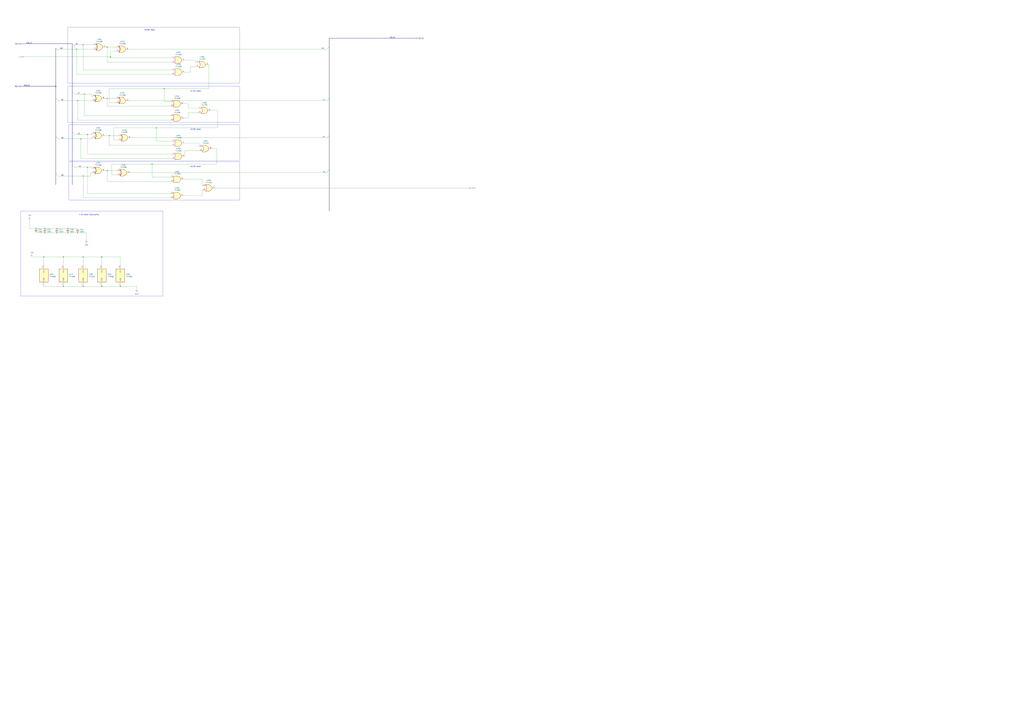
<source format=kicad_sch>
(kicad_sch (version 20230121) (generator eeschema)
  (paper "A0")
  (lib_symbols
    (symbol "74xx:74HC86" (pin_names (offset 1.016))
      (property "Reference" "U" (at 0 1.27 0))
      (property "Value" "74HC86" (at 0 -1.27 0))
      (symbol "74HC86_1_0"
        (arc (start -4.4196 -3.81) (mid -3.2033 0) (end -4.4196 3.81) (stroke (width 0.254)))
        (arc (start -3.81 -3.81) (mid -2.589 0) (end -3.81 3.81) (stroke (width 0.254)))
        (arc (start -0.6096 -3.81) (mid 2.1842 -2.5851) (end 3.81 0) (stroke (width 0.254)) (fill (type background)))
        (polyline (pts (xy -3.81 -3.81) (xy -0.635 -3.81)) (stroke (width 0.254)) (fill (type background)))
        (polyline (pts (xy -3.81 3.81) (xy -0.635 3.81)) (stroke (width 0.254)) (fill (type background)))
        (polyline (pts (xy -0.635 3.81) (xy -3.81 3.81) (xy -3.81 3.81) (xy -3.556 3.4036) (xy -3.0226 2.2606) (xy -2.6924 1.0414) (xy -2.6162 -0.254) (xy -2.7686 -1.4986) (xy -3.175 -2.7178) (xy -3.81 -3.81) (xy -3.81 -3.81) (xy -0.635 -3.81)) (stroke (width -25.4)) (fill (type background)))
        (arc (start 3.81 0) (mid 2.1915 2.5936) (end -0.6096 3.81) (stroke (width 0.254)) (fill (type background)))
        (pin input line (at -7.62 2.54 0) (length 4.445) (name "~") (number "1"))
        (pin input line (at -7.62 -2.54 0) (length 4.445) (name "~") (number "2"))
        (pin output line (at 7.62 0 180) (length 3.81) (name "~") (number "3"))
      )
      (symbol "74HC86_1_1"
        (polyline (pts (xy -3.81 -2.54) (xy -3.175 -2.54)) (stroke (width 0.1524)))
        (polyline (pts (xy -3.81 2.54) (xy -3.175 2.54)) (stroke (width 0.1524)))
      )
      (symbol "74HC86_2_0"
        (arc (start -4.4196 -3.81) (mid -3.2033 0) (end -4.4196 3.81) (stroke (width 0.254)))
        (arc (start -3.81 -3.81) (mid -2.589 0) (end -3.81 3.81) (stroke (width 0.254)))
        (arc (start -0.6096 -3.81) (mid 2.1842 -2.5851) (end 3.81 0) (stroke (width 0.254)) (fill (type background)))
        (polyline (pts (xy -3.81 -3.81) (xy -0.635 -3.81)) (stroke (width 0.254)) (fill (type background)))
        (polyline (pts (xy -3.81 3.81) (xy -0.635 3.81)) (stroke (width 0.254)) (fill (type background)))
        (polyline (pts (xy -0.635 3.81) (xy -3.81 3.81) (xy -3.81 3.81) (xy -3.556 3.4036) (xy -3.0226 2.2606) (xy -2.6924 1.0414) (xy -2.6162 -0.254) (xy -2.7686 -1.4986) (xy -3.175 -2.7178) (xy -3.81 -3.81) (xy -3.81 -3.81) (xy -0.635 -3.81)) (stroke (width -25.4)) (fill (type background)))
        (arc (start 3.81 0) (mid 2.1915 2.5936) (end -0.6096 3.81) (stroke (width 0.254)) (fill (type background)))
        (pin input line (at -7.62 2.54 0) (length 4.445) (name "~") (number "4"))
        (pin input line (at -7.62 -2.54 0) (length 4.445) (name "~") (number "5"))
        (pin output line (at 7.62 0 180) (length 3.81) (name "~") (number "6"))
      )
      (symbol "74HC86_2_1"
        (polyline (pts (xy -3.81 -2.54) (xy -3.175 -2.54)) (stroke (width 0.1524)))
        (polyline (pts (xy -3.81 2.54) (xy -3.175 2.54)) (stroke (width 0.1524)))
      )
      (symbol "74HC86_3_0"
        (arc (start -4.4196 -3.81) (mid -3.2033 0) (end -4.4196 3.81) (stroke (width 0.254)))
        (arc (start -3.81 -3.81) (mid -2.589 0) (end -3.81 3.81) (stroke (width 0.254)))
        (arc (start -0.6096 -3.81) (mid 2.1842 -2.5851) (end 3.81 0) (stroke (width 0.254)) (fill (type background)))
        (polyline (pts (xy -3.81 -3.81) (xy -0.635 -3.81)) (stroke (width 0.254)) (fill (type background)))
        (polyline (pts (xy -3.81 3.81) (xy -0.635 3.81)) (stroke (width 0.254)) (fill (type background)))
        (polyline (pts (xy -0.635 3.81) (xy -3.81 3.81) (xy -3.81 3.81) (xy -3.556 3.4036) (xy -3.0226 2.2606) (xy -2.6924 1.0414) (xy -2.6162 -0.254) (xy -2.7686 -1.4986) (xy -3.175 -2.7178) (xy -3.81 -3.81) (xy -3.81 -3.81) (xy -0.635 -3.81)) (stroke (width -25.4)) (fill (type background)))
        (arc (start 3.81 0) (mid 2.1915 2.5936) (end -0.6096 3.81) (stroke (width 0.254)) (fill (type background)))
        (pin input line (at -7.62 -2.54 0) (length 4.445) (name "~") (number "10"))
        (pin output line (at 7.62 0 180) (length 3.81) (name "~") (number "8"))
        (pin input line (at -7.62 2.54 0) (length 4.445) (name "~") (number "9"))
      )
      (symbol "74HC86_3_1"
        (polyline (pts (xy -3.81 -2.54) (xy -3.175 -2.54)) (stroke (width 0.1524)))
        (polyline (pts (xy -3.81 2.54) (xy -3.175 2.54)) (stroke (width 0.1524)))
      )
      (symbol "74HC86_4_0"
        (arc (start -4.4196 -3.81) (mid -3.2033 0) (end -4.4196 3.81) (stroke (width 0.254)))
        (arc (start -3.81 -3.81) (mid -2.589 0) (end -3.81 3.81) (stroke (width 0.254)))
        (arc (start -0.6096 -3.81) (mid 2.1842 -2.5851) (end 3.81 0) (stroke (width 0.254)) (fill (type background)))
        (polyline (pts (xy -3.81 -3.81) (xy -0.635 -3.81)) (stroke (width 0.254)) (fill (type background)))
        (polyline (pts (xy -3.81 3.81) (xy -0.635 3.81)) (stroke (width 0.254)) (fill (type background)))
        (polyline (pts (xy -0.635 3.81) (xy -3.81 3.81) (xy -3.81 3.81) (xy -3.556 3.4036) (xy -3.0226 2.2606) (xy -2.6924 1.0414) (xy -2.6162 -0.254) (xy -2.7686 -1.4986) (xy -3.175 -2.7178) (xy -3.81 -3.81) (xy -3.81 -3.81) (xy -0.635 -3.81)) (stroke (width -25.4)) (fill (type background)))
        (arc (start 3.81 0) (mid 2.1915 2.5936) (end -0.6096 3.81) (stroke (width 0.254)) (fill (type background)))
        (pin output line (at 7.62 0 180) (length 3.81) (name "~") (number "11"))
        (pin input line (at -7.62 2.54 0) (length 4.445) (name "~") (number "12"))
        (pin input line (at -7.62 -2.54 0) (length 4.445) (name "~") (number "13"))
      )
      (symbol "74HC86_4_1"
        (polyline (pts (xy -3.81 -2.54) (xy -3.175 -2.54)) (stroke (width 0.1524)))
        (polyline (pts (xy -3.81 2.54) (xy -3.175 2.54)) (stroke (width 0.1524)))
      )
      (symbol "74HC86_5_0"
        (pin power_in line (at 0 12.7 270) (length 5.08) (name "VCC") (number "14"))
        (pin power_in line (at 0 -12.7 90) (length 5.08) (name "GND") (number "7"))
      )
      (symbol "74HC86_5_1"
        (rectangle (start -5.08 7.62) (end 5.08 -7.62) (stroke (width 0.254)) (fill (type background)))
      )
    )
    (symbol "74xx:74LS08" (pin_names (offset 1.016))
      (property "Reference" "U" (at 0 1.27 0))
      (property "Value" "74LS08" (at 0 -1.27 0))
      (symbol "74LS08_1_1"
        (arc (start 0 -3.81) (mid 3.7934 0) (end 0 3.81) (stroke (width 0.254)) (fill (type background)))
        (polyline (pts (xy 0 3.81) (xy -3.81 3.81) (xy -3.81 -3.81) (xy 0 -3.81)) (stroke (width 0.254)) (fill (type background)))
        (pin input line (at -7.62 2.54 0) (length 3.81) (name "~") (number "1"))
        (pin input line (at -7.62 -2.54 0) (length 3.81) (name "~") (number "2"))
        (pin output line (at 7.62 0 180) (length 3.81) (name "~") (number "3"))
      )
      (symbol "74LS08_1_2"
        (arc (start -3.81 -3.81) (mid -2.589 0) (end -3.81 3.81) (stroke (width 0.254)))
        (arc (start -0.6096 -3.81) (mid 2.1842 -2.5851) (end 3.81 0) (stroke (width 0.254)) (fill (type background)))
        (polyline (pts (xy -3.81 -3.81) (xy -0.635 -3.81)) (stroke (width 0.254)) (fill (type background)))
        (polyline (pts (xy -3.81 3.81) (xy -0.635 3.81)) (stroke (width 0.254)) (fill (type background)))
        (polyline (pts (xy -0.635 3.81) (xy -3.81 3.81) (xy -3.81 3.81) (xy -3.556 3.4036) (xy -3.0226 2.2606) (xy -2.6924 1.0414) (xy -2.6162 -0.254) (xy -2.7686 -1.4986) (xy -3.175 -2.7178) (xy -3.81 -3.81) (xy -3.81 -3.81) (xy -0.635 -3.81)) (stroke (width -25.4)) (fill (type background)))
        (arc (start 3.81 0) (mid 2.1915 2.5936) (end -0.6096 3.81) (stroke (width 0.254)) (fill (type background)))
        (pin input inverted (at -7.62 2.54 0) (length 4.318) (name "~") (number "1"))
        (pin input inverted (at -7.62 -2.54 0) (length 4.318) (name "~") (number "2"))
        (pin output inverted (at 7.62 0 180) (length 3.81) (name "~") (number "3"))
      )
      (symbol "74LS08_2_1"
        (arc (start 0 -3.81) (mid 3.7934 0) (end 0 3.81) (stroke (width 0.254)) (fill (type background)))
        (polyline (pts (xy 0 3.81) (xy -3.81 3.81) (xy -3.81 -3.81) (xy 0 -3.81)) (stroke (width 0.254)) (fill (type background)))
        (pin input line (at -7.62 2.54 0) (length 3.81) (name "~") (number "4"))
        (pin input line (at -7.62 -2.54 0) (length 3.81) (name "~") (number "5"))
        (pin output line (at 7.62 0 180) (length 3.81) (name "~") (number "6"))
      )
      (symbol "74LS08_2_2"
        (arc (start -3.81 -3.81) (mid -2.589 0) (end -3.81 3.81) (stroke (width 0.254)))
        (arc (start -0.6096 -3.81) (mid 2.1842 -2.5851) (end 3.81 0) (stroke (width 0.254)) (fill (type background)))
        (polyline (pts (xy -3.81 -3.81) (xy -0.635 -3.81)) (stroke (width 0.254)) (fill (type background)))
        (polyline (pts (xy -3.81 3.81) (xy -0.635 3.81)) (stroke (width 0.254)) (fill (type background)))
        (polyline (pts (xy -0.635 3.81) (xy -3.81 3.81) (xy -3.81 3.81) (xy -3.556 3.4036) (xy -3.0226 2.2606) (xy -2.6924 1.0414) (xy -2.6162 -0.254) (xy -2.7686 -1.4986) (xy -3.175 -2.7178) (xy -3.81 -3.81) (xy -3.81 -3.81) (xy -0.635 -3.81)) (stroke (width -25.4)) (fill (type background)))
        (arc (start 3.81 0) (mid 2.1915 2.5936) (end -0.6096 3.81) (stroke (width 0.254)) (fill (type background)))
        (pin input inverted (at -7.62 2.54 0) (length 4.318) (name "~") (number "4"))
        (pin input inverted (at -7.62 -2.54 0) (length 4.318) (name "~") (number "5"))
        (pin output inverted (at 7.62 0 180) (length 3.81) (name "~") (number "6"))
      )
      (symbol "74LS08_3_1"
        (arc (start 0 -3.81) (mid 3.7934 0) (end 0 3.81) (stroke (width 0.254)) (fill (type background)))
        (polyline (pts (xy 0 3.81) (xy -3.81 3.81) (xy -3.81 -3.81) (xy 0 -3.81)) (stroke (width 0.254)) (fill (type background)))
        (pin input line (at -7.62 -2.54 0) (length 3.81) (name "~") (number "10"))
        (pin output line (at 7.62 0 180) (length 3.81) (name "~") (number "8"))
        (pin input line (at -7.62 2.54 0) (length 3.81) (name "~") (number "9"))
      )
      (symbol "74LS08_3_2"
        (arc (start -3.81 -3.81) (mid -2.589 0) (end -3.81 3.81) (stroke (width 0.254)))
        (arc (start -0.6096 -3.81) (mid 2.1842 -2.5851) (end 3.81 0) (stroke (width 0.254)) (fill (type background)))
        (polyline (pts (xy -3.81 -3.81) (xy -0.635 -3.81)) (stroke (width 0.254)) (fill (type background)))
        (polyline (pts (xy -3.81 3.81) (xy -0.635 3.81)) (stroke (width 0.254)) (fill (type background)))
        (polyline (pts (xy -0.635 3.81) (xy -3.81 3.81) (xy -3.81 3.81) (xy -3.556 3.4036) (xy -3.0226 2.2606) (xy -2.6924 1.0414) (xy -2.6162 -0.254) (xy -2.7686 -1.4986) (xy -3.175 -2.7178) (xy -3.81 -3.81) (xy -3.81 -3.81) (xy -0.635 -3.81)) (stroke (width -25.4)) (fill (type background)))
        (arc (start 3.81 0) (mid 2.1915 2.5936) (end -0.6096 3.81) (stroke (width 0.254)) (fill (type background)))
        (pin input inverted (at -7.62 -2.54 0) (length 4.318) (name "~") (number "10"))
        (pin output inverted (at 7.62 0 180) (length 3.81) (name "~") (number "8"))
        (pin input inverted (at -7.62 2.54 0) (length 4.318) (name "~") (number "9"))
      )
      (symbol "74LS08_4_1"
        (arc (start 0 -3.81) (mid 3.7934 0) (end 0 3.81) (stroke (width 0.254)) (fill (type background)))
        (polyline (pts (xy 0 3.81) (xy -3.81 3.81) (xy -3.81 -3.81) (xy 0 -3.81)) (stroke (width 0.254)) (fill (type background)))
        (pin output line (at 7.62 0 180) (length 3.81) (name "~") (number "11"))
        (pin input line (at -7.62 2.54 0) (length 3.81) (name "~") (number "12"))
        (pin input line (at -7.62 -2.54 0) (length 3.81) (name "~") (number "13"))
      )
      (symbol "74LS08_4_2"
        (arc (start -3.81 -3.81) (mid -2.589 0) (end -3.81 3.81) (stroke (width 0.254)))
        (arc (start -0.6096 -3.81) (mid 2.1842 -2.5851) (end 3.81 0) (stroke (width 0.254)) (fill (type background)))
        (polyline (pts (xy -3.81 -3.81) (xy -0.635 -3.81)) (stroke (width 0.254)) (fill (type background)))
        (polyline (pts (xy -3.81 3.81) (xy -0.635 3.81)) (stroke (width 0.254)) (fill (type background)))
        (polyline (pts (xy -0.635 3.81) (xy -3.81 3.81) (xy -3.81 3.81) (xy -3.556 3.4036) (xy -3.0226 2.2606) (xy -2.6924 1.0414) (xy -2.6162 -0.254) (xy -2.7686 -1.4986) (xy -3.175 -2.7178) (xy -3.81 -3.81) (xy -3.81 -3.81) (xy -0.635 -3.81)) (stroke (width -25.4)) (fill (type background)))
        (arc (start 3.81 0) (mid 2.1915 2.5936) (end -0.6096 3.81) (stroke (width 0.254)) (fill (type background)))
        (pin output inverted (at 7.62 0 180) (length 3.81) (name "~") (number "11"))
        (pin input inverted (at -7.62 2.54 0) (length 4.318) (name "~") (number "12"))
        (pin input inverted (at -7.62 -2.54 0) (length 4.318) (name "~") (number "13"))
      )
      (symbol "74LS08_5_0"
        (pin power_in line (at 0 12.7 270) (length 5.08) (name "VCC") (number "14"))
        (pin power_in line (at 0 -12.7 90) (length 5.08) (name "GND") (number "7"))
      )
      (symbol "74LS08_5_1"
        (rectangle (start -5.08 7.62) (end 5.08 -7.62) (stroke (width 0.254)) (fill (type background)))
      )
    )
    (symbol "74xx:74LS32" (pin_names (offset 1.016))
      (property "Reference" "U" (at 0 1.27 0))
      (property "Value" "74LS32" (at 0 -1.27 0))
      (symbol "74LS32_1_1"
        (arc (start -3.81 -3.81) (mid -2.589 0) (end -3.81 3.81) (stroke (width 0.254)))
        (arc (start -0.6096 -3.81) (mid 2.1842 -2.5851) (end 3.81 0) (stroke (width 0.254)) (fill (type background)))
        (polyline (pts (xy -3.81 -3.81) (xy -0.635 -3.81)) (stroke (width 0.254)) (fill (type background)))
        (polyline (pts (xy -3.81 3.81) (xy -0.635 3.81)) (stroke (width 0.254)) (fill (type background)))
        (polyline (pts (xy -0.635 3.81) (xy -3.81 3.81) (xy -3.81 3.81) (xy -3.556 3.4036) (xy -3.0226 2.2606) (xy -2.6924 1.0414) (xy -2.6162 -0.254) (xy -2.7686 -1.4986) (xy -3.175 -2.7178) (xy -3.81 -3.81) (xy -3.81 -3.81) (xy -0.635 -3.81)) (stroke (width -25.4)) (fill (type background)))
        (arc (start 3.81 0) (mid 2.1915 2.5936) (end -0.6096 3.81) (stroke (width 0.254)) (fill (type background)))
        (pin input line (at -7.62 2.54 0) (length 4.318) (name "~") (number "1"))
        (pin input line (at -7.62 -2.54 0) (length 4.318) (name "~") (number "2"))
        (pin output line (at 7.62 0 180) (length 3.81) (name "~") (number "3"))
      )
      (symbol "74LS32_1_2"
        (arc (start 0 -3.81) (mid 3.7934 0) (end 0 3.81) (stroke (width 0.254)) (fill (type background)))
        (polyline (pts (xy 0 3.81) (xy -3.81 3.81) (xy -3.81 -3.81) (xy 0 -3.81)) (stroke (width 0.254)) (fill (type background)))
        (pin input inverted (at -7.62 2.54 0) (length 3.81) (name "~") (number "1"))
        (pin input inverted (at -7.62 -2.54 0) (length 3.81) (name "~") (number "2"))
        (pin output inverted (at 7.62 0 180) (length 3.81) (name "~") (number "3"))
      )
      (symbol "74LS32_2_1"
        (arc (start -3.81 -3.81) (mid -2.589 0) (end -3.81 3.81) (stroke (width 0.254)))
        (arc (start -0.6096 -3.81) (mid 2.1842 -2.5851) (end 3.81 0) (stroke (width 0.254)) (fill (type background)))
        (polyline (pts (xy -3.81 -3.81) (xy -0.635 -3.81)) (stroke (width 0.254)) (fill (type background)))
        (polyline (pts (xy -3.81 3.81) (xy -0.635 3.81)) (stroke (width 0.254)) (fill (type background)))
        (polyline (pts (xy -0.635 3.81) (xy -3.81 3.81) (xy -3.81 3.81) (xy -3.556 3.4036) (xy -3.0226 2.2606) (xy -2.6924 1.0414) (xy -2.6162 -0.254) (xy -2.7686 -1.4986) (xy -3.175 -2.7178) (xy -3.81 -3.81) (xy -3.81 -3.81) (xy -0.635 -3.81)) (stroke (width -25.4)) (fill (type background)))
        (arc (start 3.81 0) (mid 2.1915 2.5936) (end -0.6096 3.81) (stroke (width 0.254)) (fill (type background)))
        (pin input line (at -7.62 2.54 0) (length 4.318) (name "~") (number "4"))
        (pin input line (at -7.62 -2.54 0) (length 4.318) (name "~") (number "5"))
        (pin output line (at 7.62 0 180) (length 3.81) (name "~") (number "6"))
      )
      (symbol "74LS32_2_2"
        (arc (start 0 -3.81) (mid 3.7934 0) (end 0 3.81) (stroke (width 0.254)) (fill (type background)))
        (polyline (pts (xy 0 3.81) (xy -3.81 3.81) (xy -3.81 -3.81) (xy 0 -3.81)) (stroke (width 0.254)) (fill (type background)))
        (pin input inverted (at -7.62 2.54 0) (length 3.81) (name "~") (number "4"))
        (pin input inverted (at -7.62 -2.54 0) (length 3.81) (name "~") (number "5"))
        (pin output inverted (at 7.62 0 180) (length 3.81) (name "~") (number "6"))
      )
      (symbol "74LS32_3_1"
        (arc (start -3.81 -3.81) (mid -2.589 0) (end -3.81 3.81) (stroke (width 0.254)))
        (arc (start -0.6096 -3.81) (mid 2.1842 -2.5851) (end 3.81 0) (stroke (width 0.254)) (fill (type background)))
        (polyline (pts (xy -3.81 -3.81) (xy -0.635 -3.81)) (stroke (width 0.254)) (fill (type background)))
        (polyline (pts (xy -3.81 3.81) (xy -0.635 3.81)) (stroke (width 0.254)) (fill (type background)))
        (polyline (pts (xy -0.635 3.81) (xy -3.81 3.81) (xy -3.81 3.81) (xy -3.556 3.4036) (xy -3.0226 2.2606) (xy -2.6924 1.0414) (xy -2.6162 -0.254) (xy -2.7686 -1.4986) (xy -3.175 -2.7178) (xy -3.81 -3.81) (xy -3.81 -3.81) (xy -0.635 -3.81)) (stroke (width -25.4)) (fill (type background)))
        (arc (start 3.81 0) (mid 2.1915 2.5936) (end -0.6096 3.81) (stroke (width 0.254)) (fill (type background)))
        (pin input line (at -7.62 -2.54 0) (length 4.318) (name "~") (number "10"))
        (pin output line (at 7.62 0 180) (length 3.81) (name "~") (number "8"))
        (pin input line (at -7.62 2.54 0) (length 4.318) (name "~") (number "9"))
      )
      (symbol "74LS32_3_2"
        (arc (start 0 -3.81) (mid 3.7934 0) (end 0 3.81) (stroke (width 0.254)) (fill (type background)))
        (polyline (pts (xy 0 3.81) (xy -3.81 3.81) (xy -3.81 -3.81) (xy 0 -3.81)) (stroke (width 0.254)) (fill (type background)))
        (pin input inverted (at -7.62 -2.54 0) (length 3.81) (name "~") (number "10"))
        (pin output inverted (at 7.62 0 180) (length 3.81) (name "~") (number "8"))
        (pin input inverted (at -7.62 2.54 0) (length 3.81) (name "~") (number "9"))
      )
      (symbol "74LS32_4_1"
        (arc (start -3.81 -3.81) (mid -2.589 0) (end -3.81 3.81) (stroke (width 0.254)))
        (arc (start -0.6096 -3.81) (mid 2.1842 -2.5851) (end 3.81 0) (stroke (width 0.254)) (fill (type background)))
        (polyline (pts (xy -3.81 -3.81) (xy -0.635 -3.81)) (stroke (width 0.254)) (fill (type background)))
        (polyline (pts (xy -3.81 3.81) (xy -0.635 3.81)) (stroke (width 0.254)) (fill (type background)))
        (polyline (pts (xy -0.635 3.81) (xy -3.81 3.81) (xy -3.81 3.81) (xy -3.556 3.4036) (xy -3.0226 2.2606) (xy -2.6924 1.0414) (xy -2.6162 -0.254) (xy -2.7686 -1.4986) (xy -3.175 -2.7178) (xy -3.81 -3.81) (xy -3.81 -3.81) (xy -0.635 -3.81)) (stroke (width -25.4)) (fill (type background)))
        (arc (start 3.81 0) (mid 2.1915 2.5936) (end -0.6096 3.81) (stroke (width 0.254)) (fill (type background)))
        (pin output line (at 7.62 0 180) (length 3.81) (name "~") (number "11"))
        (pin input line (at -7.62 2.54 0) (length 4.318) (name "~") (number "12"))
        (pin input line (at -7.62 -2.54 0) (length 4.318) (name "~") (number "13"))
      )
      (symbol "74LS32_4_2"
        (arc (start 0 -3.81) (mid 3.7934 0) (end 0 3.81) (stroke (width 0.254)) (fill (type background)))
        (polyline (pts (xy 0 3.81) (xy -3.81 3.81) (xy -3.81 -3.81) (xy 0 -3.81)) (stroke (width 0.254)) (fill (type background)))
        (pin output inverted (at 7.62 0 180) (length 3.81) (name "~") (number "11"))
        (pin input inverted (at -7.62 2.54 0) (length 3.81) (name "~") (number "12"))
        (pin input inverted (at -7.62 -2.54 0) (length 3.81) (name "~") (number "13"))
      )
      (symbol "74LS32_5_0"
        (pin power_in line (at 0 12.7 270) (length 5.08) (name "VCC") (number "14"))
        (pin power_in line (at 0 -12.7 90) (length 5.08) (name "GND") (number "7"))
      )
      (symbol "74LS32_5_1"
        (rectangle (start -5.08 7.62) (end 5.08 -7.62) (stroke (width 0.254)) (fill (type background)))
      )
    )
    (symbol "Device:C_Small" (pin_numbers hide) (pin_names (offset 0.254) hide)
      (property "Reference" "C" (at 0.254 1.778 0))
      (property "Value" "C_Small" (at 0.254 -2.032 0))
      (symbol "C_Small_0_1"
        (polyline (pts (xy -1.524 -0.508) (xy 1.524 -0.508)) (stroke (width 0.3302)))
        (polyline (pts (xy -1.524 0.508) (xy 1.524 0.508)) (stroke (width 0.3048)))
      )
      (symbol "C_Small_1_1"
        (pin passive line (at 0 2.54 270) (length 2.032) (name "~") (number "1"))
        (pin passive line (at 0 -2.54 90) (length 2.032) (name "~") (number "2"))
      )
    )
    (symbol "power:+5V" (power) (pin_names (offset 0))
      (property "Value" "+5V" (at 0 3.556 0))
      (symbol "+5V_0_1"
        (polyline (pts (xy -0.762 1.27) (xy 0 2.54)))
        (polyline (pts (xy 0 0) (xy 0 2.54)))
        (polyline (pts (xy 0 2.54) (xy 0.762 1.27)))
      )
      (symbol "+5V_1_1"
        (pin power_in line (at 0 0 90) (length 0) hide (name "+5V") (number "1"))
      )
    )
    (symbol "power:GND" (power) (pin_names (offset 0))
      (property "Value" "GND" (at 0 -3.81 0))
      (symbol "GND_0_1"
        (polyline (pts (xy 0 0) (xy 0 -1.27) (xy 1.27 -1.27) (xy 0 -2.54) (xy -1.27 -1.27) (xy 0 -1.27)))
      )
      (symbol "GND_1_1"
        (pin power_in line (at 0 0 270) (length 0) hide (name "GND") (number "1"))
      )
    )
  )
  (junction (at 176.53 190.5))
  (junction (at 101.6 156.21))
  (junction (at 127 157.48))
  (junction (at 139.7 332.74))
  (junction (at 190.5 102.87))
  (junction (at 73.66 332.74))
  (junction (at 101.6 194.31))
  (junction (at 52.07 265.43))
  (junction (at 118.11 298.45))
  (junction (at 64.77 100.33))
  (junction (at 118.11 332.74))
  (junction (at 78.74 265.43))
  (junction (at 78.74 270.51))
  (junction (at 93.98 161.29))
  (junction (at 66.04 270.51))
  (junction (at 96.52 204.47))
  (junction (at 96.52 52.07))
  (junction (at 66.04 265.43))
  (junction (at 73.66 298.45))
  (junction (at 88.9 57.15))
  (junction (at 181.61 148.59))
  (junction (at 41.91 265.43))
  (junction (at 124.46 198.12))
  (junction (at 52.07 270.51))
  (junction (at 97.79 109.22))
  (junction (at 90.17 270.51))
  (junction (at 96.52 298.45))
  (junction (at 128.27 66.04))
  (junction (at 124.46 54.61))
  (junction (at 50.8 298.45))
  (junction (at 124.46 114.3))
  (junction (at 90.17 116.84))
  (junction (at 96.52 332.74))
  (bus_entry (at 83.82 153.67) (size 2.54 2.54))
  (bus_entry (at 379.73 199.39) (size 2.54 -2.54))
  (bus_entry (at 64.77 158.75) (size 2.54 2.54))
  (bus_entry (at 83.82 50.8) (size 2.54 2.54))
  (bus_entry (at 83.82 106.68) (size 2.54 2.54))
  (bus_entry (at 64.77 201.93) (size 2.54 2.54))
  (bus_entry (at 64.77 114.3) (size 2.54 2.54))
  (bus_entry (at 64.77 55.88) (size 2.54 2.54))
  (bus_entry (at 379.73 57.15) (size 2.54 -2.54))
  (bus_entry (at 379.73 160.02) (size 2.54 -2.54))
  (bus_entry (at 379.73 116.84) (size 2.54 -2.54))
  (bus_entry (at 83.82 191.77) (size 2.54 2.54))
  (wire (pts (xy 36.83 298.45) (xy 50.8 298.45)))
  (wire (pts (xy 231.14 170.18) (xy 231.14 166.37)))
  (wire (pts (xy 100.33 270.51) (xy 100.33 279.4)))
  (wire (pts (xy 90.17 270.51) (xy 100.33 270.51)))
  (wire (pts (xy 176.53 205.74) (xy 176.53 190.5)))
  (bus (pts (xy 64.77 55.88) (xy 64.77 100.33)))
  (wire (pts (xy 107.95 57.15) (xy 88.9 57.15)))
  (wire (pts (xy 86.36 156.21) (xy 101.6 156.21)))
  (wire (pts (xy 101.6 194.31) (xy 106.68 194.31)))
  (wire (pts (xy 149.86 116.84) (xy 379.73 116.84)))
  (bus (pts (xy 83.82 106.68) (xy 83.82 153.67)))
  (wire (pts (xy 88.9 57.15) (xy 67.31 57.15)))
  (wire (pts (xy 118.11 332.74) (xy 139.7 332.74)))
  (wire (pts (xy 129.54 203.2) (xy 135.89 203.2)))
  (wire (pts (xy 218.44 120.65) (xy 218.44 125.73)))
  (wire (pts (xy 124.46 54.61) (xy 134.62 54.61)))
  (bus (pts (xy 64.77 100.33) (xy 64.77 114.3)))
  (wire (pts (xy 97.79 109.22) (xy 106.68 109.22)))
  (wire (pts (xy 123.19 54.61) (xy 124.46 54.61)))
  (wire (pts (xy 96.52 298.45) (xy 96.52 307.34)))
  (wire (pts (xy 139.7 332.74) (xy 158.75 332.74)))
  (wire (pts (xy 199.39 81.28) (xy 96.52 81.28)))
  (bus (pts (xy 25.4 100.33) (xy 64.77 100.33)))
  (bus (pts (xy 483.87 44.45) (xy 382.27 44.45)))
  (bus (pts (xy 83.82 50.8) (xy 83.82 106.68)))
  (wire (pts (xy 198.12 210.82) (xy 124.46 210.82)))
  (wire (pts (xy 214.63 181.61) (xy 214.63 175.26)))
  (wire (pts (xy 93.98 161.29) (xy 93.98 184.15)))
  (wire (pts (xy 231.14 166.37) (xy 214.63 166.37)))
  (bus (pts (xy 64.77 201.93) (xy 64.77 214.63)))
  (wire (pts (xy 242.57 74.93) (xy 242.57 102.87)))
  (wire (pts (xy 190.5 102.87) (xy 190.5 118.11)))
  (wire (pts (xy 213.36 208.28) (xy 234.95 208.28)))
  (wire (pts (xy 218.44 137.16) (xy 218.44 130.81)))
  (wire (pts (xy 218.44 130.81) (xy 229.87 130.81)))
  (wire (pts (xy 124.46 123.19) (xy 124.46 114.3)))
  (wire (pts (xy 97.79 134.62) (xy 97.79 109.22)))
  (wire (pts (xy 251.46 172.72) (xy 251.46 190.5)))
  (bus (pts (xy 64.77 158.75) (xy 64.77 201.93)))
  (wire (pts (xy 105.41 200.66) (xy 106.68 200.66)))
  (wire (pts (xy 213.36 227.33) (xy 234.95 227.33)))
  (wire (pts (xy 121.92 114.3) (xy 124.46 114.3)))
  (wire (pts (xy 132.08 148.59) (xy 132.08 162.56)))
  (wire (pts (xy 234.95 227.33) (xy 234.95 220.98)))
  (wire (pts (xy 152.4 160.02) (xy 379.73 160.02)))
  (wire (pts (xy 50.8 298.45) (xy 73.66 298.45)))
  (wire (pts (xy 199.39 67.31) (xy 128.27 67.31)))
  (wire (pts (xy 213.36 137.16) (xy 218.44 137.16)))
  (bus (pts (xy 382.27 114.3) (xy 382.27 157.48)))
  (wire (pts (xy 90.17 116.84) (xy 106.68 116.84)))
  (wire (pts (xy 101.6 179.07) (xy 101.6 156.21)))
  (wire (pts (xy 107.95 52.07) (xy 96.52 52.07)))
  (wire (pts (xy 379.73 200.66) (xy 379.73 199.39)))
  (wire (pts (xy 181.61 148.59) (xy 132.08 148.59)))
  (wire (pts (xy 101.6 156.21) (xy 106.68 156.21)))
  (wire (pts (xy 199.39 179.07) (xy 101.6 179.07)))
  (wire (pts (xy 128.27 67.31) (xy 128.27 66.04)))
  (wire (pts (xy 127 168.91) (xy 127 157.48)))
  (wire (pts (xy 41.91 270.51) (xy 52.07 270.51)))
  (wire (pts (xy 96.52 81.28) (xy 96.52 52.07)))
  (wire (pts (xy 67.31 161.29) (xy 93.98 161.29)))
  (wire (pts (xy 124.46 72.39) (xy 124.46 54.61)))
  (wire (pts (xy 139.7 332.74) (xy 139.7 331.47)))
  (wire (pts (xy 96.52 204.47) (xy 105.41 204.47)))
  (wire (pts (xy 227.33 69.85) (xy 227.33 72.39)))
  (wire (pts (xy 50.8 332.74) (xy 73.66 332.74)))
  (wire (pts (xy 139.7 298.45) (xy 139.7 307.34)))
  (wire (pts (xy 220.98 83.82) (xy 220.98 77.47)))
  (wire (pts (xy 214.63 83.82) (xy 220.98 83.82)))
  (wire (pts (xy 234.95 208.28) (xy 234.95 215.9)))
  (wire (pts (xy 96.52 204.47) (xy 96.52 229.87)))
  (wire (pts (xy 198.12 139.7) (xy 90.17 139.7)))
  (wire (pts (xy 220.98 77.47) (xy 227.33 77.47)))
  (wire (pts (xy 67.31 116.84) (xy 90.17 116.84)))
  (bus (pts (xy 64.77 114.3) (xy 64.77 158.75)))
  (wire (pts (xy 199.39 184.15) (xy 93.98 184.15)))
  (wire (pts (xy 106.68 161.29) (xy 106.68 160.02)))
  (bus (pts (xy 382.27 157.48) (xy 382.27 196.85)))
  (wire (pts (xy 198.12 134.62) (xy 97.79 134.62)))
  (wire (pts (xy 252.73 148.59) (xy 181.61 148.59)))
  (wire (pts (xy 118.11 298.45) (xy 139.7 298.45)))
  (wire (pts (xy 52.07 265.43) (xy 66.04 265.43)))
  (wire (pts (xy 27.94 66.04) (xy 128.27 66.04)))
  (wire (pts (xy 34.29 255.27) (xy 34.29 265.43)))
  (wire (pts (xy 78.74 265.43) (xy 90.17 265.43)))
  (wire (pts (xy 86.36 52.07) (xy 86.36 53.34)))
  (wire (pts (xy 218.44 125.73) (xy 229.87 125.73)))
  (wire (pts (xy 245.11 128.27) (xy 252.73 128.27)))
  (wire (pts (xy 198.12 118.11) (xy 190.5 118.11)))
  (wire (pts (xy 198.12 224.79) (xy 101.6 224.79)))
  (wire (pts (xy 129.54 190.5) (xy 129.54 203.2)))
  (wire (pts (xy 105.41 204.47) (xy 105.41 200.66)))
  (wire (pts (xy 73.66 298.45) (xy 73.66 307.34)))
  (wire (pts (xy 52.07 270.51) (xy 66.04 270.51)))
  (wire (pts (xy 198.12 123.19) (xy 124.46 123.19)))
  (wire (pts (xy 242.57 102.87) (xy 190.5 102.87)))
  (wire (pts (xy 50.8 298.45) (xy 50.8 307.34)))
  (wire (pts (xy 86.36 194.31) (xy 101.6 194.31)))
  (wire (pts (xy 124.46 198.12) (xy 135.89 198.12)))
  (wire (pts (xy 213.36 120.65) (xy 218.44 120.65)))
  (wire (pts (xy 121.92 157.48) (xy 127 157.48)))
  (wire (pts (xy 176.53 190.5) (xy 129.54 190.5)))
  (wire (pts (xy 199.39 168.91) (xy 127 168.91)))
  (wire (pts (xy 149.86 57.15) (xy 379.73 57.15)))
  (wire (pts (xy 101.6 224.79) (xy 101.6 194.31)))
  (wire (pts (xy 86.36 109.22) (xy 97.79 109.22)))
  (bus (pts (xy 382.27 44.45) (xy 382.27 54.61)))
  (wire (pts (xy 127 102.87) (xy 127 119.38)))
  (wire (pts (xy 118.11 298.45) (xy 118.11 307.34)))
  (wire (pts (xy 96.52 298.45) (xy 118.11 298.45)))
  (wire (pts (xy 96.52 52.07) (xy 86.36 52.07)))
  (wire (pts (xy 128.27 66.04) (xy 128.27 59.69)))
  (wire (pts (xy 73.66 332.74) (xy 96.52 332.74)))
  (wire (pts (xy 199.39 86.36) (xy 88.9 86.36)))
  (wire (pts (xy 106.68 109.22) (xy 106.68 111.76)))
  (bus (pts (xy 83.82 191.77) (xy 83.82 214.63)))
  (wire (pts (xy 67.31 57.15) (xy 67.31 58.42)))
  (wire (pts (xy 158.75 332.74) (xy 158.75 336.55)))
  (wire (pts (xy 78.74 270.51) (xy 90.17 270.51)))
  (wire (pts (xy 96.52 332.74) (xy 118.11 332.74)))
  (wire (pts (xy 214.63 69.85) (xy 227.33 69.85)))
  (wire (pts (xy 151.13 200.66) (xy 379.73 200.66)))
  (wire (pts (xy 181.61 163.83) (xy 199.39 163.83)))
  (wire (pts (xy 214.63 175.26) (xy 231.14 175.26)))
  (bus (pts (xy 83.82 153.67) (xy 83.82 191.77)))
  (wire (pts (xy 90.17 139.7) (xy 90.17 116.84)))
  (wire (pts (xy 73.66 298.45) (xy 96.52 298.45)))
  (wire (pts (xy 246.38 172.72) (xy 251.46 172.72)))
  (wire (pts (xy 121.92 198.12) (xy 124.46 198.12)))
  (wire (pts (xy 128.27 59.69) (xy 134.62 59.69)))
  (wire (pts (xy 93.98 161.29) (xy 106.68 161.29)))
  (wire (pts (xy 106.68 156.21) (xy 106.68 154.94)))
  (wire (pts (xy 34.29 265.43) (xy 41.91 265.43)))
  (wire (pts (xy 190.5 102.87) (xy 127 102.87)))
  (wire (pts (xy 124.46 210.82) (xy 124.46 198.12)))
  (bus (pts (xy 382.27 54.61) (xy 382.27 114.3)))
  (wire (pts (xy 250.19 218.44) (xy 544.83 218.44)))
  (wire (pts (xy 124.46 114.3) (xy 134.62 114.3)))
  (wire (pts (xy 127 157.48) (xy 137.16 157.48)))
  (wire (pts (xy 67.31 204.47) (xy 96.52 204.47)))
  (wire (pts (xy 41.91 265.43) (xy 52.07 265.43)))
  (wire (pts (xy 96.52 229.87) (xy 198.12 229.87)))
  (wire (pts (xy 88.9 86.36) (xy 88.9 57.15)))
  (wire (pts (xy 66.04 270.51) (xy 78.74 270.51)))
  (wire (pts (xy 106.68 194.31) (xy 106.68 195.58)))
  (wire (pts (xy 132.08 162.56) (xy 137.16 162.56)))
  (wire (pts (xy 181.61 148.59) (xy 181.61 163.83)))
  (wire (pts (xy 252.73 128.27) (xy 252.73 148.59)))
  (wire (pts (xy 198.12 205.74) (xy 176.53 205.74)))
  (wire (pts (xy 127 119.38) (xy 134.62 119.38)))
  (wire (pts (xy 251.46 190.5) (xy 176.53 190.5)))
  (bus (pts (xy 382.27 196.85) (xy 382.27 245.11)))
  (wire (pts (xy 199.39 72.39) (xy 124.46 72.39)))
  (wire (pts (xy 66.04 265.43) (xy 78.74 265.43)))
  (bus (pts (xy 25.4 50.8) (xy 83.82 50.8)))
  (rectangle (start 24.13 245.11) (end 189.23 344.17))
  (rectangle (start 80.01 187.96) (end 278.13 232.41))
  (rectangle (start 78.74 100.33) (end 278.13 142.24))
  (rectangle (start 78.74 31.75) (end 278.13 96.52))
  (rectangle (start 80.01 144.78) (end 278.13 186.69))
  (text "A2/B2 Adder" (at 220.98 151.13 0) (effects (font (size 1.27 1.27)) (justify left bottom)))
  (text "A1/B1 Adder" (at 220.98 106.68 0) (effects (font (size 1.27 1.27)) (justify left bottom)))
  (text "4-bit adder decoupling" (at 91.44 250.19 0) (effects (font (size 1.27 1.27)) (justify left bottom)))
  (text "A0/B0 Adder" (at 167.64 35.56 0) (effects (font (size 1.27 1.27)) (justify left bottom)))
  (text "A3/B3 Adder" (at 220.98 194.31 0) (effects (font (size 1.27 1.27)) (justify left bottom)))
  (label "Y0" (at 373.38 57.15 0))
  (label "B3" (at 71.12 204.47 0))
  (label "A2" (at 90.17 156.21 0))
  (label "Y3" (at 374.65 200.66 0))
  (label "A3" (at 91.44 194.31 0))
  (label "A0" (at 87.63 52.07 0))
  (label "B2" (at 71.12 161.29 0))
  (label "Y[0..3]" (at 452.12 44.45 0))
  (label "B[0..3]" (at 27.94 100.33 0))
  (label "Y1" (at 374.65 116.84 0))
  (label "Y2" (at 374.65 160.02 0))
  (label "B1" (at 71.12 116.84 0))
  (label "A[0..3]" (at 30.48 50.8 0))
  (label "A1" (at 90.17 109.22 0))
  (label "B0" (at 69.85 57.15 0))
  (hierarchical_label "A[0..3]" (shape input) (at 25.4 50.8 180))
  (hierarchical_label "Y[0..3]" (shape output) (at 483.87 44.45 0))
  (hierarchical_label "C_IN" (shape input) (at 27.94 66.04 180))
  (hierarchical_label "C_OUT" (shape output) (at 544.83 218.44 0))
  (hierarchical_label "B[0..3]" (shape input) (at 25.4 100.33 180))
  (symbol (lib_id "74xx:74LS08") (at 207.01 166.37 0) (unit 1)
    (property "Reference" "U10" (at 207.0017 157.48 0))
    (property "Value" "74LS08" (at 207.0017 160.02 0))
    (property "Footprint" "Package_SO:TSSOP-14_4.4x5mm_P0.65mm" (effects hide))
    (property "Datasheet" "http://www.ti.com/lit/gpn/sn74LS08" (effects hide))
    (instances (project "alu" (path "" (reference "U20") (unit 1)) (path "" (reference "U27") (unit 1))))
  )
  (symbol (lib_id "Device:C_Small") (at 52.07 267.97 0) (unit 1)
    (property "Reference" "C7" (at 54.61 266.7063 0) (effects (justify left)))
    (property "Value" "100n" (at 54.61 269.2463 0) (effects (justify left)))
    (property "Footprint" "Capacitor_SMD:C_0402_1005Metric" (effects hide))
    (instances (project "alu" (path "" (reference "C16") (unit 1)) (path "" (reference "C21") (unit 1))))
  )
  (symbol (lib_id "Device:C_Small") (at 78.74 267.97 0) (unit 1)
    (property "Reference" "C9" (at 81.28 266.7063 0) (effects (justify left)))
    (property "Value" "100n" (at 81.28 269.2463 0) (effects (justify left)))
    (property "Footprint" "Capacitor_SMD:C_0402_1005Metric" (effects hide))
    (instances (project "alu" (path "" (reference "C18") (unit 1)) (path "" (reference "C27") (unit 1))))
  )
  (symbol (lib_id "74xx:74HC86") (at 142.24 116.84 0) (unit 4)
    (property "Reference" "U6" (at 141.9352 107.95 0))
    (property "Value" "74HC86" (at 141.9352 110.49 0))
    (property "Footprint" "Package_SO:TSSOP-14_4.4x5mm_P0.65mm" (effects hide))
    (property "Datasheet" "http://www.ti.com/lit/gpn/sn74HC86" (effects hide))
    (instances (project "alu" (path "" (reference "U22") (unit 4)) (path "" (reference "U22") (unit 4))))
  )
  (symbol (lib_id "74xx:74LS08") (at 207.01 69.85 0) (unit 1)
    (property "Reference" "U7" (at 207.0017 60.96 0))
    (property "Value" "74LS08" (at 207.0017 63.5 0))
    (property "Footprint" "Package_SO:TSSOP-14_4.4x5mm_P0.65mm" (effects hide))
    (property "Datasheet" "http://www.ti.com/lit/gpn/sn74LS08" (effects hide))
    (instances (project "alu" (path "" (reference "U25") (unit 1)) (path "" (reference "U28") (unit 1))))
  )
  (symbol (lib_id "74xx:74LS08") (at 207.01 83.82 0) (unit 2)
    (property "Reference" "U7" (at 207.0017 74.93 0))
    (property "Value" "74LS08" (at 207.0017 77.47 0))
    (property "Footprint" "Package_SO:TSSOP-14_4.4x5mm_P0.65mm" (effects hide))
    (property "Datasheet" "http://www.ti.com/lit/gpn/sn74LS08" (effects hide))
    (instances (project "alu" (path "" (reference "U25") (unit 2)) (path "" (reference "U28") (unit 2))))
  )
  (symbol (lib_id "74xx:74LS08") (at 139.7 320.04 0) (unit 5)
    (property "Reference" "U10" (at 146.05 318.77 0) (effects (justify left)))
    (property "Value" "74LS08" (at 146.05 321.31 0) (effects (justify left)))
    (property "Footprint" "Package_SO:TSSOP-14_4.4x5mm_P0.65mm" (effects hide))
    (property "Datasheet" "http://www.ti.com/lit/gpn/sn74LS08" (effects hide))
    (instances (project "alu" (path "" (reference "U20") (unit 5)) (path "" (reference "U27") (unit 5))))
  )
  (symbol (lib_id "74xx:74HC86") (at 50.8 320.04 0) (unit 5)
    (property "Reference" "U6" (at 57.15 318.77 0) (effects (justify left)))
    (property "Value" "74HC86" (at 57.15 321.31 0) (effects (justify left)))
    (property "Footprint" "Package_SO:TSSOP-14_4.4x5mm_P0.65mm" (effects hide))
    (property "Datasheet" "http://www.ti.com/lit/gpn/sn74HC86" (effects hide))
    (instances (project "alu" (path "" (reference "U16") (unit 5)) (path "" (reference "U22") (unit 5))))
  )
  (symbol (lib_id "power:+5V") (at 36.83 298.45 0) (unit 1)
    (property "Reference" "#PWR06" (effects hide))
    (property "Value" "+5V" (at 36.83 293.37 0))
    (instances (project "alu" (path "" (reference "#PWR023") (unit 1)) (path "" (reference "#PWR030") (unit 1))))
  )
  (symbol (lib_id "power:GND") (at 158.75 336.55 0) (unit 1)
    (property "Reference" "#PWR08" (effects hide))
    (property "Value" "GND" (at 158.75 341.63 0))
    (instances (project "alu" (path "" (reference "#PWR028") (unit 1)) (path "" (reference "#PWR032") (unit 1))))
  )
  (symbol (lib_id "74xx:74LS08") (at 205.74 208.28 0) (unit 3)
    (property "Reference" "U10" (at 205.7317 199.39 0))
    (property "Value" "74LS08" (at 205.7317 201.93 0))
    (property "Footprint" "Package_SO:TSSOP-14_4.4x5mm_P0.65mm" (effects hide))
    (property "Datasheet" "http://www.ti.com/lit/gpn/sn74LS08" (effects hide))
    (instances (project "alu" (path "" (reference "U20") (unit 3)) (path "" (reference "U27") (unit 3))))
  )
  (symbol (lib_id "74xx:74HC86") (at 115.57 54.61 0) (unit 1)
    (property "Reference" "U9" (at 115.2652 45.72 0))
    (property "Value" "74HC86" (at 115.2652 48.26 0))
    (property "Footprint" "Package_SO:TSSOP-14_4.4x5mm_P0.65mm" (effects hide))
    (property "Datasheet" "http://www.ti.com/lit/gpn/sn74HC86" (effects hide))
    (instances (project "alu" (path "" (reference "U19") (unit 1)) (path "" (reference "U24") (unit 1))))
  )
  (symbol (lib_id "74xx:74LS32") (at 237.49 128.27 0) (unit 2)
    (property "Reference" "U8" (at 237.49 119.38 0))
    (property "Value" "74LS32" (at 237.49 121.92 0))
    (property "Footprint" "Package_SO:TSSOP-14_4.4x5mm_P0.65mm" (effects hide))
    (property "Datasheet" "http://www.ti.com/lit/gpn/sn74LS32" (effects hide))
    (instances (project "alu" (path "" (reference "U26") (unit 2)) (path "" (reference "U32") (unit 2))))
  )
  (symbol (lib_id "power:GND") (at 100.33 279.4 0) (unit 1)
    (property "Reference" "#PWR07" (effects hide))
    (property "Value" "GND" (at 100.33 284.48 0))
    (instances (project "alu" (path "" (reference "#PWR027") (unit 1)) (path "" (reference "#PWR031") (unit 1))))
  )
  (symbol (lib_id "74xx:74HC86") (at 144.78 160.02 0) (unit 2)
    (property "Reference" "U9" (at 144.4752 151.13 0))
    (property "Value" "74HC86" (at 144.4752 153.67 0))
    (property "Footprint" "Package_SO:TSSOP-14_4.4x5mm_P0.65mm" (effects hide))
    (property "Datasheet" "http://www.ti.com/lit/gpn/sn74HC86" (effects hide))
    (instances (project "alu" (path "" (reference "U24") (unit 2)) (path "" (reference "U24") (unit 2))))
  )
  (symbol (lib_id "74xx:74LS08") (at 205.74 227.33 0) (unit 4)
    (property "Reference" "U10" (at 205.7317 218.44 0))
    (property "Value" "74LS08" (at 205.7317 220.98 0))
    (property "Footprint" "Package_SO:TSSOP-14_4.4x5mm_P0.65mm" (effects hide))
    (property "Datasheet" "http://www.ti.com/lit/gpn/sn74LS08" (effects hide))
    (instances (project "alu" (path "" (reference "U20") (unit 4)) (path "" (reference "U27") (unit 4))))
  )
  (symbol (lib_id "74xx:74LS32") (at 234.95 74.93 0) (unit 1)
    (property "Reference" "U8" (at 234.95 66.04 0))
    (property "Value" "74LS32" (at 234.95 68.58 0))
    (property "Footprint" "Package_SO:TSSOP-14_4.4x5mm_P0.65mm" (effects hide))
    (property "Datasheet" "http://www.ti.com/lit/gpn/sn74LS32" (effects hide))
    (instances (project "alu" (path "" (reference "U26") (unit 1)) (path "" (reference "U26") (unit 1))))
  )
  (symbol (lib_id "74xx:74LS08") (at 205.74 120.65 0) (unit 3)
    (property "Reference" "U7" (at 205.7317 111.76 0))
    (property "Value" "74LS08" (at 205.7317 114.3 0))
    (property "Footprint" "Package_SO:TSSOP-14_4.4x5mm_P0.65mm" (effects hide))
    (property "Datasheet" "http://www.ti.com/lit/gpn/sn74LS08" (effects hide))
    (instances (project "alu" (path "" (reference "U25") (unit 3)) (path "" (reference "U25") (unit 3))))
  )
  (symbol (lib_id "74xx:74LS32") (at 238.76 172.72 0) (unit 3)
    (property "Reference" "U8" (at 238.76 163.83 0))
    (property "Value" "74LS32" (at 238.76 166.37 0))
    (property "Footprint" "Package_SO:TSSOP-14_4.4x5mm_P0.65mm" (effects hide))
    (property "Datasheet" "http://www.ti.com/lit/gpn/sn74LS32" (effects hide))
    (instances (project "alu" (path "" (reference "U26") (unit 3)) (path "" (reference "U32") (unit 3))))
  )
  (symbol (lib_id "74xx:74LS32") (at 242.57 218.44 0) (unit 4)
    (property "Reference" "U8" (at 242.57 209.55 0))
    (property "Value" "74LS32" (at 242.57 212.09 0))
    (property "Footprint" "Package_SO:TSSOP-14_4.4x5mm_P0.65mm" (effects hide))
    (property "Datasheet" "http://www.ti.com/lit/gpn/sn74LS32" (effects hide))
    (instances (project "alu" (path "" (reference "U26") (unit 4)) (path "" (reference "U32") (unit 4))))
  )
  (symbol (lib_id "Device:C_Small") (at 66.04 267.97 0) (unit 1)
    (property "Reference" "C8" (at 68.58 266.7063 0) (effects (justify left)))
    (property "Value" "100n" (at 68.58 269.2463 0) (effects (justify left)))
    (property "Footprint" "Capacitor_SMD:C_0402_1005Metric" (effects hide))
    (instances (project "alu" (path "" (reference "C17") (unit 1)) (path "" (reference "C22") (unit 1))))
  )
  (symbol (lib_id "74xx:74LS08") (at 205.74 137.16 0) (unit 4)
    (property "Reference" "U7" (at 205.7317 128.27 0))
    (property "Value" "74LS08" (at 205.7317 130.81 0))
    (property "Footprint" "Package_SO:TSSOP-14_4.4x5mm_P0.65mm" (effects hide))
    (property "Datasheet" "http://www.ti.com/lit/gpn/sn74LS08" (effects hide))
    (instances (project "alu" (path "" (reference "U25") (unit 4)) (path "" (reference "U28") (unit 4))))
  )
  (symbol (lib_id "Device:C_Small") (at 41.91 267.97 0) (unit 1)
    (property "Reference" "C6" (at 44.45 266.7063 0) (effects (justify left)))
    (property "Value" "100n" (at 44.45 269.2463 0) (effects (justify left)))
    (property "Footprint" "Capacitor_SMD:C_0402_1005Metric" (effects hide))
    (instances (project "alu" (path "" (reference "C15") (unit 1)) (path "" (reference "C20") (unit 1))))
  )
  (symbol (lib_id "power:+5V") (at 34.29 255.27 0) (unit 1)
    (property "Reference" "#PWR05" (effects hide))
    (property "Value" "+5V" (at 34.29 250.19 0))
    (instances (project "alu" (path "" (reference "#PWR022") (unit 1)) (path "" (reference "#PWR029") (unit 1))))
  )
  (symbol (lib_id "74xx:74HC86") (at 114.3 198.12 0) (unit 3)
    (property "Reference" "U9" (at 113.9952 189.23 0))
    (property "Value" "74HC86" (at 113.9952 191.77 0))
    (property "Footprint" "Package_SO:TSSOP-14_4.4x5mm_P0.65mm" (effects hide))
    (property "Datasheet" "http://www.ti.com/lit/gpn/sn74HC86" (effects hide))
    (instances (project "alu" (path "" (reference "U19") (unit 3)) (path "" (reference "U24") (unit 3))))
  )
  (symbol (lib_id "74xx:74HC86") (at 118.11 320.04 0) (unit 5)
    (property "Reference" "U9" (at 124.46 318.77 0) (effects (justify left)))
    (property "Value" "74HC86" (at 124.46 321.31 0) (effects (justify left)))
    (property "Footprint" "Package_SO:TSSOP-14_4.4x5mm_P0.65mm" (effects hide))
    (property "Datasheet" "http://www.ti.com/lit/gpn/sn74HC86" (effects hide))
    (instances (project "alu" (path "" (reference "U19") (unit 5)) (path "" (reference "U24") (unit 5))))
  )
  (symbol (lib_id "74xx:74HC86") (at 114.3 157.48 0) (unit 1)
    (property "Reference" "U6" (at 113.9952 148.59 0))
    (property "Value" "74HC86" (at 113.9952 151.13 0))
    (property "Footprint" "Package_SO:TSSOP-14_4.4x5mm_P0.65mm" (effects hide))
    (property "Datasheet" "http://www.ti.com/lit/gpn/sn74HC86" (effects hide))
    (instances (project "alu" (path "" (reference "U16") (unit 1)) (path "" (reference "U22") (unit 1))))
  )
  (symbol (lib_id "74xx:74HC86") (at 114.3 114.3 0) (unit 3)
    (property "Reference" "U6" (at 113.9952 105.41 0))
    (property "Value" "74HC86" (at 113.9952 107.95 0))
    (property "Footprint" "Package_SO:TSSOP-14_4.4x5mm_P0.65mm" (effects hide))
    (property "Datasheet" "http://www.ti.com/lit/gpn/sn74HC86" (effects hide))
    (instances (project "alu" (path "" (reference "U16") (unit 3)) (path "" (reference "U22") (unit 3))))
  )
  (symbol (lib_id "74xx:74HC86") (at 142.24 57.15 0) (unit 2)
    (property "Reference" "U6" (at 141.9352 48.26 0))
    (property "Value" "74HC86" (at 141.9352 50.8 0))
    (property "Footprint" "Package_SO:TSSOP-14_4.4x5mm_P0.65mm" (effects hide))
    (property "Datasheet" "http://www.ti.com/lit/gpn/sn74HC86" (effects hide))
    (instances (project "alu" (path "" (reference "U21") (unit 2)) (path "" (reference "U22") (unit 2))))
  )
  (symbol (lib_id "74xx:74LS08") (at 207.01 181.61 0) (unit 2)
    (property "Reference" "U10" (at 207.0017 172.72 0))
    (property "Value" "74LS08" (at 207.0017 175.26 0))
    (property "Footprint" "Package_SO:TSSOP-14_4.4x5mm_P0.65mm" (effects hide))
    (property "Datasheet" "http://www.ti.com/lit/gpn/sn74LS08" (effects hide))
    (instances (project "alu" (path "" (reference "U20") (unit 2)) (path "" (reference "U27") (unit 2))))
  )
  (symbol (lib_id "Device:C_Small") (at 90.17 267.97 0) (unit 1)
    (property "Reference" "C10" (at 92.71 266.7063 0) (effects (justify left)))
    (property "Value" "100n" (at 92.71 269.2463 0) (effects (justify left)))
    (property "Footprint" "Capacitor_SMD:C_0402_1005Metric" (effects hide))
    (instances (project "alu" (path "" (reference "C19") (unit 1)) (path "" (reference "C28") (unit 1))))
  )
  (symbol (lib_id "74xx:74HC86") (at 143.51 200.66 0) (unit 4)
    (property "Reference" "U9" (at 143.2052 191.77 0))
    (property "Value" "74HC86" (at 143.2052 194.31 0))
    (property "Footprint" "Package_SO:TSSOP-14_4.4x5mm_P0.65mm" (effects hide))
    (property "Datasheet" "http://www.ti.com/lit/gpn/sn74HC86" (effects hide))
    (instances (project "alu" (path "" (reference "U23") (unit 4)) (path "" (reference "U24") (unit 4))))
  )
  (symbol (lib_id "74xx:74LS08") (at 73.66 320.04 0) (unit 5)
    (property "Reference" "U7" (at 80.01 318.77 0) (effects (justify left)))
    (property "Value" "74LS08" (at 80.01 321.31 0) (effects (justify left)))
    (property "Footprint" "Package_SO:TSSOP-14_4.4x5mm_P0.65mm" (effects hide))
    (property "Datasheet" "http://www.ti.com/lit/gpn/sn74LS08" (effects hide))
    (instances (project "alu" (path "" (reference "U17") (unit 5)) (path "" (reference "U25") (unit 5))))
  )
  (symbol (lib_id "74xx:74LS32") (at 96.52 320.04 0) (unit 5)
    (property "Reference" "U8" (at 102.87 318.77 0) (effects (justify left)))
    (property "Value" "74LS32" (at 102.87 321.31 0) (effects (justify left)))
    (property "Footprint" "Package_SO:TSSOP-14_4.4x5mm_P0.65mm" (effects hide))
    (property "Datasheet" "http://www.ti.com/lit/gpn/sn74LS32" (effects hide))
    (instances (project "alu" (path "" (reference "U18") (unit 5)) (path "" (reference "U26") (unit 5))))
  )
)
</source>
